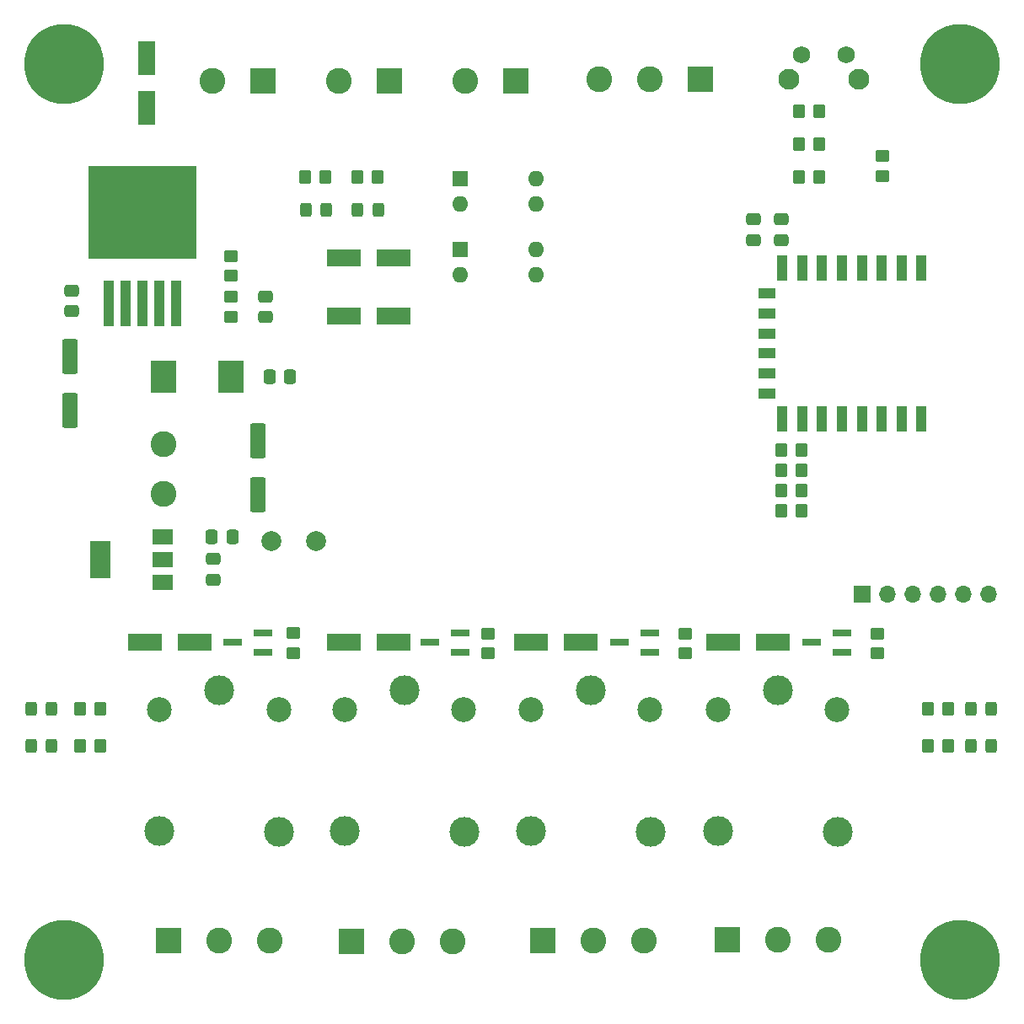
<source format=gbr>
%TF.GenerationSoftware,KiCad,Pcbnew,7.0.10*%
%TF.CreationDate,2025-03-17T10:36:42-03:00*%
%TF.ProjectId,MicroCerveceria,4d696372-6f43-4657-9276-656365726961,rev?*%
%TF.SameCoordinates,Original*%
%TF.FileFunction,Soldermask,Top*%
%TF.FilePolarity,Negative*%
%FSLAX46Y46*%
G04 Gerber Fmt 4.6, Leading zero omitted, Abs format (unit mm)*
G04 Created by KiCad (PCBNEW 7.0.10) date 2025-03-17 10:36:42*
%MOMM*%
%LPD*%
G01*
G04 APERTURE LIST*
G04 Aperture macros list*
%AMRoundRect*
0 Rectangle with rounded corners*
0 $1 Rounding radius*
0 $2 $3 $4 $5 $6 $7 $8 $9 X,Y pos of 4 corners*
0 Add a 4 corners polygon primitive as box body*
4,1,4,$2,$3,$4,$5,$6,$7,$8,$9,$2,$3,0*
0 Add four circle primitives for the rounded corners*
1,1,$1+$1,$2,$3*
1,1,$1+$1,$4,$5*
1,1,$1+$1,$6,$7*
1,1,$1+$1,$8,$9*
0 Add four rect primitives between the rounded corners*
20,1,$1+$1,$2,$3,$4,$5,0*
20,1,$1+$1,$4,$5,$6,$7,0*
20,1,$1+$1,$6,$7,$8,$9,0*
20,1,$1+$1,$8,$9,$2,$3,0*%
G04 Aperture macros list end*
%ADD10R,3.500000X1.800000*%
%ADD11C,3.000000*%
%ADD12C,2.500000*%
%ADD13R,1.900000X0.800000*%
%ADD14RoundRect,0.250000X-0.350000X-0.450000X0.350000X-0.450000X0.350000X0.450000X-0.350000X0.450000X0*%
%ADD15RoundRect,0.250000X-0.475000X0.337500X-0.475000X-0.337500X0.475000X-0.337500X0.475000X0.337500X0*%
%ADD16RoundRect,0.250000X0.350000X0.450000X-0.350000X0.450000X-0.350000X-0.450000X0.350000X-0.450000X0*%
%ADD17RoundRect,0.250000X0.475000X-0.337500X0.475000X0.337500X-0.475000X0.337500X-0.475000X-0.337500X0*%
%ADD18R,2.500000X3.300000*%
%ADD19RoundRect,0.250000X0.450000X-0.350000X0.450000X0.350000X-0.450000X0.350000X-0.450000X-0.350000X0*%
%ADD20C,2.600000*%
%ADD21R,2.600000X2.600000*%
%ADD22C,8.000000*%
%ADD23RoundRect,0.250000X0.325000X0.450000X-0.325000X0.450000X-0.325000X-0.450000X0.325000X-0.450000X0*%
%ADD24RoundRect,0.250000X0.550000X-1.500000X0.550000X1.500000X-0.550000X1.500000X-0.550000X-1.500000X0*%
%ADD25RoundRect,0.250000X-0.450000X0.350000X-0.450000X-0.350000X0.450000X-0.350000X0.450000X0.350000X0*%
%ADD26R,1.800000X3.500000*%
%ADD27RoundRect,0.250000X-0.550000X1.500000X-0.550000X-1.500000X0.550000X-1.500000X0.550000X1.500000X0*%
%ADD28R,1.600000X1.600000*%
%ADD29O,1.600000X1.600000*%
%ADD30RoundRect,0.250000X-0.337500X-0.475000X0.337500X-0.475000X0.337500X0.475000X-0.337500X0.475000X0*%
%ADD31C,2.000000*%
%ADD32R,2.000000X1.500000*%
%ADD33R,2.000000X3.800000*%
%ADD34R,1.000000X2.500000*%
%ADD35R,1.800000X1.000000*%
%ADD36R,1.700000X1.700000*%
%ADD37O,1.700000X1.700000*%
%ADD38R,1.100000X4.600000*%
%ADD39R,10.800000X9.400000*%
%ADD40RoundRect,0.250000X-0.325000X-0.450000X0.325000X-0.450000X0.325000X0.450000X-0.325000X0.450000X0*%
%ADD41RoundRect,0.250000X0.337500X0.475000X-0.337500X0.475000X-0.337500X-0.475000X0.337500X-0.475000X0*%
%ADD42C,2.100000*%
%ADD43C,1.750000*%
G04 APERTURE END LIST*
D10*
%TO.C,D12*%
X71922000Y-83125000D03*
X76922000Y-83125000D03*
%TD*%
D11*
%TO.C,K4*%
X96700000Y-87950000D03*
D12*
X90650000Y-89900000D03*
D11*
X90650000Y-102100000D03*
X102700000Y-102150000D03*
D12*
X102650000Y-89900000D03*
%TD*%
D13*
%TO.C,Q4*%
X103124000Y-84075000D03*
X103124000Y-82175000D03*
X100124000Y-83125000D03*
%TD*%
D14*
%TO.C,R8*%
X98822000Y-36322000D03*
X100822000Y-36322000D03*
%TD*%
D15*
%TO.C,C1*%
X45254000Y-48350500D03*
X45254000Y-50425500D03*
%TD*%
D16*
%TO.C,R13*%
X28600000Y-93500000D03*
X26600000Y-93500000D03*
%TD*%
D15*
%TO.C,C7*%
X39954000Y-74750500D03*
X39954000Y-76825500D03*
%TD*%
D16*
%TO.C,R15*%
X99044000Y-63754000D03*
X97044000Y-63754000D03*
%TD*%
%TO.C,R4*%
X99060000Y-69850000D03*
X97060000Y-69850000D03*
%TD*%
D14*
%TO.C,R18*%
X111792000Y-89780000D03*
X113792000Y-89780000D03*
%TD*%
D11*
%TO.C,K2*%
X59191000Y-87950000D03*
D12*
X53141000Y-89900000D03*
D11*
X53141000Y-102100000D03*
X65191000Y-102150000D03*
D12*
X65141000Y-89900000D03*
%TD*%
D17*
%TO.C,C2*%
X25754000Y-49825500D03*
X25754000Y-47750500D03*
%TD*%
D11*
%TO.C,K1*%
X40600000Y-87950000D03*
D12*
X34550000Y-89900000D03*
D11*
X34550000Y-102100000D03*
X46600000Y-102150000D03*
D12*
X46550000Y-89900000D03*
%TD*%
D18*
%TO.C,D2*%
X34954000Y-56388000D03*
X41754000Y-56388000D03*
%TD*%
D19*
%TO.C,R5*%
X107188000Y-36254500D03*
X107188000Y-34254500D03*
%TD*%
%TO.C,R6*%
X48033000Y-84175000D03*
X48033000Y-82175000D03*
%TD*%
D11*
%TO.C,K3*%
X77900000Y-87950000D03*
D12*
X71850000Y-89900000D03*
D11*
X71850000Y-102100000D03*
X83900000Y-102150000D03*
D12*
X83850000Y-89900000D03*
%TD*%
D13*
%TO.C,Q2*%
X64746000Y-84075000D03*
X64746000Y-82175000D03*
X61746000Y-83125000D03*
%TD*%
D20*
%TO.C,J4*%
X64012000Y-113125000D03*
X58932000Y-113125000D03*
D21*
X53852000Y-113125000D03*
%TD*%
D22*
%TO.C,H3*%
X115000000Y-115000000D03*
%TD*%
D17*
%TO.C,C8*%
X94234000Y-42672000D03*
X94234000Y-40597000D03*
%TD*%
D14*
%TO.C,R10*%
X98822000Y-29718000D03*
X100822000Y-29718000D03*
%TD*%
D23*
%TO.C,D9*%
X51308000Y-39624000D03*
X49258000Y-39624000D03*
%TD*%
D24*
%TO.C,C4*%
X44454000Y-68238000D03*
X44454000Y-62838000D03*
%TD*%
D25*
%TO.C,R1*%
X41754000Y-44288000D03*
X41754000Y-46288000D03*
%TD*%
D14*
%TO.C,R14*%
X97044000Y-65786000D03*
X99044000Y-65786000D03*
%TD*%
D10*
%TO.C,D3*%
X33100000Y-83125000D03*
X38100000Y-83125000D03*
%TD*%
D26*
%TO.C,D1*%
X33274000Y-29424000D03*
X33274000Y-24424000D03*
%TD*%
D21*
%TO.C,J5*%
X57668000Y-26750000D03*
D20*
X52588000Y-26750000D03*
%TD*%
D16*
%TO.C,R12*%
X28600000Y-89780000D03*
X26600000Y-89780000D03*
%TD*%
D22*
%TO.C,H2*%
X115000000Y-25000000D03*
%TD*%
D13*
%TO.C,Q3*%
X83796000Y-84075000D03*
X83796000Y-82175000D03*
X80796000Y-83125000D03*
%TD*%
D21*
%TO.C,J9*%
X88905000Y-26563000D03*
D20*
X83825000Y-26563000D03*
X78745000Y-26563000D03*
%TD*%
D23*
%TO.C,D10*%
X56526000Y-39624000D03*
X54476000Y-39624000D03*
%TD*%
D10*
%TO.C,D4*%
X53126000Y-83125000D03*
X58126000Y-83125000D03*
%TD*%
D25*
%TO.C,R2*%
X41754000Y-48388000D03*
X41754000Y-50388000D03*
%TD*%
D27*
%TO.C,C3*%
X25604000Y-54388000D03*
X25604000Y-59788000D03*
%TD*%
D22*
%TO.C,H1*%
X25000000Y-25000000D03*
%TD*%
D28*
%TO.C,U4*%
X64780000Y-43683000D03*
D29*
X64780000Y-46223000D03*
X72400000Y-46223000D03*
X72400000Y-43683000D03*
%TD*%
D21*
%TO.C,J7*%
X73069000Y-113075000D03*
D20*
X78149000Y-113075000D03*
X83229000Y-113075000D03*
%TD*%
D30*
%TO.C,C6*%
X39816500Y-72488000D03*
X41891500Y-72488000D03*
%TD*%
D31*
%TO.C,TP1*%
X45804000Y-72938000D03*
%TD*%
D19*
%TO.C,R7*%
X67564000Y-84225000D03*
X67564000Y-82225000D03*
%TD*%
D10*
%TO.C,D14*%
X91226000Y-83125000D03*
X96226000Y-83125000D03*
%TD*%
D32*
%TO.C,U2*%
X34904000Y-77088000D03*
X34904000Y-74788000D03*
D33*
X28604000Y-74788000D03*
D32*
X34904000Y-72488000D03*
%TD*%
D34*
%TO.C,U3*%
X111125000Y-45486000D03*
X109125000Y-45486000D03*
X107125000Y-45486000D03*
X105125000Y-45486000D03*
X103125000Y-45486000D03*
X101125000Y-45486000D03*
X99125000Y-45486000D03*
X97125000Y-45486000D03*
D35*
X95625000Y-48086000D03*
X95625000Y-50086000D03*
X95625000Y-52086000D03*
X95625000Y-54086000D03*
X95625000Y-56086000D03*
X95625000Y-58086000D03*
D34*
X97125000Y-60686000D03*
X99125000Y-60686000D03*
X101125000Y-60686000D03*
X103125000Y-60686000D03*
X105125000Y-60686000D03*
X107125000Y-60686000D03*
X109125000Y-60686000D03*
X111125000Y-60686000D03*
%TD*%
D14*
%TO.C,R9*%
X49238000Y-36322000D03*
X51238000Y-36322000D03*
%TD*%
D36*
%TO.C,J2*%
X105156000Y-78232000D03*
D37*
X107696000Y-78232000D03*
X110236000Y-78232000D03*
X112776000Y-78232000D03*
X115316000Y-78232000D03*
X117856000Y-78232000D03*
%TD*%
D13*
%TO.C,Q1*%
X41958000Y-83125000D03*
X44958000Y-82175000D03*
X44958000Y-84075000D03*
%TD*%
D14*
%TO.C,R16*%
X111792000Y-93480000D03*
X113792000Y-93480000D03*
%TD*%
D19*
%TO.C,R19*%
X106680000Y-84225000D03*
X106680000Y-82225000D03*
%TD*%
D31*
%TO.C,TP2*%
X50304000Y-72938000D03*
%TD*%
D14*
%TO.C,R11*%
X54456000Y-36322000D03*
X56456000Y-36322000D03*
%TD*%
D23*
%TO.C,D7*%
X23750000Y-89825000D03*
X21700000Y-89825000D03*
%TD*%
%TO.C,D8*%
X23750000Y-93525000D03*
X21700000Y-93525000D03*
%TD*%
D10*
%TO.C,D5*%
X58126000Y-50292000D03*
X53126000Y-50292000D03*
%TD*%
D38*
%TO.C,U1*%
X29454000Y-49063000D03*
X31154000Y-49063000D03*
X32854000Y-49063000D03*
D39*
X32854000Y-39913000D03*
D38*
X34554000Y-49063000D03*
X36254000Y-49063000D03*
%TD*%
D21*
%TO.C,J1*%
X44950000Y-26750000D03*
D20*
X39870000Y-26750000D03*
%TD*%
D22*
%TO.C,H4*%
X25000000Y-115000000D03*
%TD*%
D21*
%TO.C,J3*%
X35515000Y-113091000D03*
D20*
X40595000Y-113091000D03*
X45675000Y-113091000D03*
%TD*%
D28*
%TO.C,U5*%
X64780000Y-36571000D03*
D29*
X64780000Y-39111000D03*
X72400000Y-39111000D03*
X72400000Y-36571000D03*
%TD*%
D19*
%TO.C,R17*%
X87376000Y-84225000D03*
X87376000Y-82225000D03*
%TD*%
D21*
%TO.C,J6*%
X70368000Y-26750000D03*
D20*
X65288000Y-26750000D03*
%TD*%
D16*
%TO.C,R3*%
X99060000Y-67818000D03*
X97060000Y-67818000D03*
%TD*%
D10*
%TO.C,D6*%
X58126000Y-44450000D03*
X53126000Y-44450000D03*
%TD*%
D17*
%TO.C,C10*%
X97028000Y-42693500D03*
X97028000Y-40618500D03*
%TD*%
D14*
%TO.C,R20*%
X98822000Y-33020000D03*
X100822000Y-33020000D03*
%TD*%
D21*
%TO.C,J8*%
X91615000Y-112950000D03*
D20*
X96695000Y-112950000D03*
X101775000Y-112950000D03*
%TD*%
D40*
%TO.C,D11*%
X116078000Y-93525000D03*
X118128000Y-93525000D03*
%TD*%
%TO.C,D13*%
X116078000Y-89825000D03*
X118128000Y-89825000D03*
%TD*%
D41*
%TO.C,C5*%
X47691500Y-56388000D03*
X45616500Y-56388000D03*
%TD*%
D20*
%TO.C,L1*%
X34954000Y-63188000D03*
X34954000Y-68188000D03*
%TD*%
D42*
%TO.C,SW1*%
X97800000Y-26577500D03*
X104810000Y-26577500D03*
D43*
X99050000Y-24087500D03*
X103550000Y-24087500D03*
%TD*%
M02*

</source>
